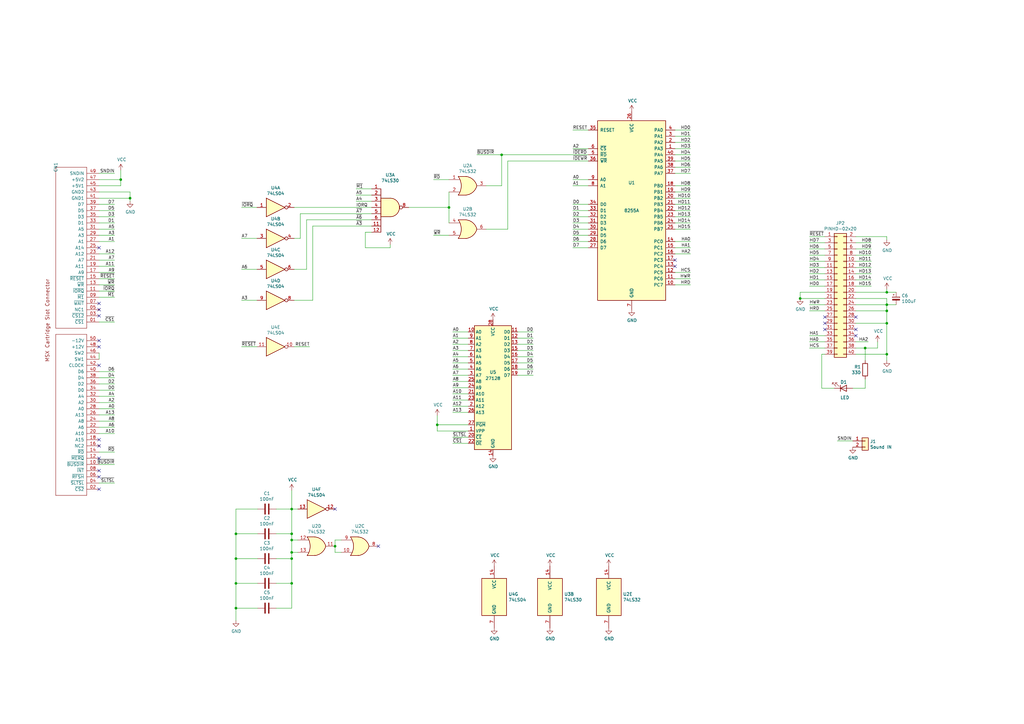
<source format=kicad_sch>
(kicad_sch (version 20211123) (generator eeschema)
  (paper "A3")
  (title_block (title "MSX BEER 202 2021 MSXmakers!") (rev "v 1.1"))
  (lib_symbols
    (symbol "74xx:74LS04"
      (property "Reference" "U" (at 0 1.27 0))
      (property "Value" "74LS04" (at 0 -1.27 0))
      (symbol "74LS04_1_0"
        (pin input line (at -7.62 0 0) (length 3.81) (name "~") (number "1"))
        (pin output inverted (at 7.62 0 180) (length 3.81) (name "~") (number "2"))
      )
      (symbol "74LS04_2_0"
        (pin input line (at -7.62 0 0) (length 3.81) (name "~") (number "3"))
        (pin output inverted (at 7.62 0 180) (length 3.81) (name "~") (number "4"))
      )
      (symbol "74LS04_3_0"
        (pin input line (at -7.62 0 0) (length 3.81) (name "~") (number "5"))
        (pin output inverted (at 7.62 0 180) (length 3.81) (name "~") (number "6"))
      )
      (symbol "74LS04_4_0"
        (pin output inverted (at 7.62 0 180) (length 3.81) (name "~") (number "8"))
        (pin input line (at -7.62 0 0) (length 3.81) (name "~") (number "9"))
      )
      (symbol "74LS04_5_0"
        (pin output inverted (at 7.62 0 180) (length 3.81) (name "~") (number "10"))
        (pin input line (at -7.62 0 0) (length 3.81) (name "~") (number "11"))
      )
      (symbol "74LS04_6_0"
        (pin output inverted (at 7.62 0 180) (length 3.81) (name "~") (number "12"))
        (pin input line (at -7.62 0 0) (length 3.81) (name "~") (number "13"))
      )
      (symbol "74LS04_7_0"
        (pin power_in line (at 0 12.7 270) (length 5.08) (name "VCC") (number "14"))
        (pin power_in line (at 0 -12.7 90) (length 5.08) (name "GND") (number "7"))
      )
    )
    (symbol "74xx:74LS30" (pin_names (offset 1.016))
      (property "Reference" "U" (at 0 1.27 0))
      (property "Value" "74LS30" (at 0 -1.27 0))
      (symbol "74LS30_1_1"
        (pin input line (at -7.62 7.62 0) (length 3.81) (name "~") (number "1"))
        (pin input line (at -7.62 -7.62 0) (length 3.81) (name "~") (number "11"))
        (pin input line (at -7.62 -10.16 0) (length 3.81) (name "~") (number "12"))
        (pin input line (at -7.62 5.08 0) (length 3.81) (name "~") (number "2"))
        (pin input line (at -7.62 2.54 0) (length 3.81) (name "~") (number "3"))
        (pin input line (at -7.62 0 0) (length 3.81) (name "~") (number "4"))
        (pin input line (at -7.62 -2.54 0) (length 3.81) (name "~") (number "5"))
        (pin input line (at -7.62 -5.08 0) (length 3.81) (name "~") (number "6"))
        (pin output inverted (at 7.62 0 180) (length 3.81) (name "~") (number "8"))
      )
      (symbol "74LS30_1_2"
        (pin input inverted (at -7.62 7.62 0) (length 3.81) (name "~") (number "1"))
        (pin input inverted (at -7.62 -7.62 0) (length 3.81) (name "~") (number "11"))
        (pin input inverted (at -7.62 -10.16 0) (length 3.81) (name "~") (number "12"))
        (pin input inverted (at -7.62 5.08 0) (length 3.81) (name "~") (number "2"))
        (pin input inverted (at -7.62 2.54 0) (length 4.5466) (name "~") (number "3"))
        (pin input inverted (at -7.62 0 0) (length 5.08) (name "~") (number "4"))
        (pin input inverted (at -7.62 -2.54 0) (length 4.5466) (name "~") (number "5"))
        (pin input inverted (at -7.62 -5.08 0) (length 3.81) (name "~") (number "6"))
        (pin output line (at 7.62 0 180) (length 3.81) (name "~") (number "8"))
      )
      (symbol "74LS30_2_0"
        (pin power_in line (at 0 12.7 270) (length 5.08) (name "VCC") (number "14"))
        (pin power_in line (at 0 -12.7 90) (length 5.08) (name "GND") (number "7"))
      )
    )
    (symbol "74xx:74LS32" (pin_names (offset 1.016))
      (property "Reference" "U" (at 0 1.27 0))
      (property "Value" "74LS32" (at 0 -1.27 0))
      (symbol "74LS32_1_1"
        (pin input line (at -7.62 2.54 0) (length 4.318) (name "~") (number "1"))
        (pin input line (at -7.62 -2.54 0) (length 4.318) (name "~") (number "2"))
        (pin output line (at 7.62 0 180) (length 3.81) (name "~") (number "3"))
      )
      (symbol "74LS32_1_2"
        (pin input inverted (at -7.62 2.54 0) (length 3.81) (name "~") (number "1"))
        (pin input inverted (at -7.62 -2.54 0) (length 3.81) (name "~") (number "2"))
        (pin output inverted (at 7.62 0 180) (length 3.81) (name "~") (number "3"))
      )
      (symbol "74LS32_2_1"
        (pin input line (at -7.62 2.54 0) (length 4.318) (name "~") (number "4"))
        (pin input line (at -7.62 -2.54 0) (length 4.318) (name "~") (number "5"))
        (pin output line (at 7.62 0 180) (length 3.81) (name "~") (number "6"))
      )
      (symbol "74LS32_2_2"
        (pin input inverted (at -7.62 2.54 0) (length 3.81) (name "~") (number "4"))
        (pin input inverted (at -7.62 -2.54 0) (length 3.81) (name "~") (number "5"))
        (pin output inverted (at 7.62 0 180) (length 3.81) (name "~") (number "6"))
      )
      (symbol "74LS32_3_1"
        (pin input line (at -7.62 -2.54 0) (length 4.318) (name "~") (number "10"))
        (pin output line (at 7.62 0 180) (length 3.81) (name "~") (number "8"))
        (pin input line (at -7.62 2.54 0) (length 4.318) (name "~") (number "9"))
      )
      (symbol "74LS32_3_2"
        (pin input inverted (at -7.62 -2.54 0) (length 3.81) (name "~") (number "10"))
        (pin output inverted (at 7.62 0 180) (length 3.81) (name "~") (number "8"))
        (pin input inverted (at -7.62 2.54 0) (length 3.81) (name "~") (number "9"))
      )
      (symbol "74LS32_4_1"
        (pin output line (at 7.62 0 180) (length 3.81) (name "~") (number "11"))
        (pin input line (at -7.62 2.54 0) (length 4.318) (name "~") (number "12"))
        (pin input line (at -7.62 -2.54 0) (length 4.318) (name "~") (number "13"))
      )
      (symbol "74LS32_4_2"
        (pin output inverted (at 7.62 0 180) (length 3.81) (name "~") (number "11"))
        (pin input inverted (at -7.62 2.54 0) (length 3.81) (name "~") (number "12"))
        (pin input inverted (at -7.62 -2.54 0) (length 3.81) (name "~") (number "13"))
      )
      (symbol "74LS32_5_0"
        (pin power_in line (at 0 12.7 270) (length 5.08) (name "VCC") (number "14"))
        (pin power_in line (at 0 -12.7 90) (length 5.08) (name "GND") (number "7"))
      )
    )
    (symbol "Connector_Generic:Conn_01x02" (pin_names (offset 1.016) hide)
      (property "Reference" "J" (at 0 2.54 0))
      (property "Value" "Conn_01x02" (at 0 -5.08 0))
      (symbol "Conn_01x02_1_1"
        (pin passive line (at -5.08 0 0) (length 3.81) (name "Pin_1") (number "1"))
        (pin passive line (at -5.08 -2.54 0) (length 3.81) (name "Pin_2") (number "2"))
      )
    )
    (symbol "Connector_Generic:Conn_02x20_Odd_Even" (pin_names (offset 1.016) hide)
      (property "Reference" "J" (at 1.27 25.4 0))
      (property "Value" "Conn_02x20_Odd_Even" (at 1.27 -27.94 0))
      (symbol "Conn_02x20_Odd_Even_1_1"
        (pin passive line (at -5.08 22.86 0) (length 3.81) (name "Pin_1") (number "1"))
        (pin passive line (at 7.62 12.7 180) (length 3.81) (name "Pin_10") (number "10"))
        (pin passive line (at -5.08 10.16 0) (length 3.81) (name "Pin_11") (number "11"))
        (pin passive line (at 7.62 10.16 180) (length 3.81) (name "Pin_12") (number "12"))
        (pin passive line (at -5.08 7.62 0) (length 3.81) (name "Pin_13") (number "13"))
        (pin passive line (at 7.62 7.62 180) (length 3.81) (name "Pin_14") (number "14"))
        (pin passive line (at -5.08 5.08 0) (length 3.81) (name "Pin_15") (number "15"))
        (pin passive line (at 7.62 5.08 180) (length 3.81) (name "Pin_16") (number "16"))
        (pin passive line (at -5.08 2.54 0) (length 3.81) (name "Pin_17") (number "17"))
        (pin passive line (at 7.62 2.54 180) (length 3.81) (name "Pin_18") (number "18"))
        (pin passive line (at -5.08 0 0) (length 3.81) (name "Pin_19") (number "19"))
        (pin passive line (at 7.62 22.86 180) (length 3.81) (name "Pin_2") (number "2"))
        (pin passive line (at 7.62 0 180) (length 3.81) (name "Pin_20") (number "20"))
        (pin passive line (at -5.08 -2.54 0) (length 3.81) (name "Pin_21") (number "21"))
        (pin passive line (at 7.62 -2.54 180) (length 3.81) (name "Pin_22") (number "22"))
        (pin passive line (at -5.08 -5.08 0) (length 3.81) (name "Pin_23") (number "23"))
        (pin passive line (at 7.62 -5.08 180) (length 3.81) (name "Pin_24") (number "24"))
        (pin passive line (at -5.08 -7.62 0) (length 3.81) (name "Pin_25") (number "25"))
        (pin passive line (at 7.62 -7.62 180) (length 3.81) (name "Pin_26") (number "26"))
        (pin passive line (at -5.08 -10.16 0) (length 3.81) (name "Pin_27") (number "27"))
        (pin passive line (at 7.62 -10.16 180) (length 3.81) (name "Pin_28") (number "28"))
        (pin passive line (at -5.08 -12.7 0) (length 3.81) (name "Pin_29") (number "29"))
        (pin passive line (at -5.08 20.32 0) (length 3.81) (name "Pin_3") (number "3"))
        (pin passive line (at 7.62 -12.7 180) (length 3.81) (name "Pin_30") (number "30"))
        (pin passive line (at -5.08 -15.24 0) (length 3.81) (name "Pin_31") (number "31"))
        (pin passive line (at 7.62 -15.24 180) (length 3.81) (name "Pin_32") (number "32"))
        (pin passive line (at -5.08 -17.78 0) (length 3.81) (name "Pin_33") (number "33"))
        (pin passive line (at 7.62 -17.78 180) (length 3.81) (name "Pin_34") (number "34"))
        (pin passive line (at -5.08 -20.32 0) (length 3.81) (name "Pin_35") (number "35"))
        (pin passive line (at 7.62 -20.32 180) (length 3.81) (name "Pin_36") (number "36"))
        (pin passive line (at -5.08 -22.86 0) (length 3.81) (name "Pin_37") (number "37"))
        (pin passive line (at 7.62 -22.86 180) (length 3.81) (name "Pin_38") (number "38"))
        (pin passive line (at -5.08 -25.4 0) (length 3.81) (name "Pin_39") (number "39"))
        (pin passive line (at 7.62 20.32 180) (length 3.81) (name "Pin_4") (number "4"))
        (pin passive line (at 7.62 -25.4 180) (length 3.81) (name "Pin_40") (number "40"))
        (pin passive line (at -5.08 17.78 0) (length 3.81) (name "Pin_5") (number "5"))
        (pin passive line (at 7.62 17.78 180) (length 3.81) (name "Pin_6") (number "6"))
        (pin passive line (at -5.08 15.24 0) (length 3.81) (name "Pin_7") (number "7"))
        (pin passive line (at 7.62 15.24 180) (length 3.81) (name "Pin_8") (number "8"))
        (pin passive line (at -5.08 12.7 0) (length 3.81) (name "Pin_9") (number "9"))
      )
    )
    (symbol "Device:C" (pin_numbers hide) (pin_names (offset 0.254))
      (property "Reference" "C" (at 0.635 2.54 0))
      (property "Value" "C" (at 0.635 -2.54 0))
      (symbol "C_1_1"
        (pin passive line (at 0 3.81 270) (length 2.794) (name "~") (number "1"))
        (pin passive line (at 0 -3.81 90) (length 2.794) (name "~") (number "2"))
      )
    )
    (symbol "Device:LED" (pin_numbers hide) (pin_names (offset 1.016) hide)
      (property "Reference" "D" (at 0 2.54 0))
      (property "Value" "LED" (at 0 -2.54 0))
      (symbol "LED_1_1"
        (pin passive line (at -3.81 0 0) (length 2.54) (name "K") (number "1"))
        (pin passive line (at 3.81 0 180) (length 2.54) (name "A") (number "2"))
      )
    )
    (symbol "Device:R" (pin_numbers hide) (pin_names (offset 0))
      (property "Reference" "R" (at 2.032 0 90))
      (property "Value" "R" (at 0 0 90))
      (symbol "R_1_1"
        (pin passive line (at 0 3.81 270) (length 1.27) (name "~") (number "1"))
        (pin passive line (at 0 -3.81 90) (length 1.27) (name "~") (number "2"))
      )
    )
    (symbol "Interface:8255A" (pin_names (offset 1.016))
      (property "Reference" "U" (at -13.97 38.1 0))
      (property "Value" "8255A" (at 8.89 38.1 0))
      (symbol "8255A_1_1"
        (pin bidirectional line (at 17.78 25.4 180) (length 3.81) (name "PA3") (number "1"))
        (pin bidirectional line (at 17.78 -30.48 180) (length 3.81) (name "PC7") (number "10"))
        (pin bidirectional line (at 17.78 -27.94 180) (length 3.81) (name "PC6") (number "11"))
        (pin bidirectional line (at 17.78 -25.4 180) (length 3.81) (name "PC5") (number "12"))
        (pin bidirectional line (at 17.78 -22.86 180) (length 3.81) (name "PC4") (number "13"))
        (pin bidirectional line (at 17.78 -12.7 180) (length 3.81) (name "PC0") (number "14"))
        (pin bidirectional line (at 17.78 -15.24 180) (length 3.81) (name "PC1") (number "15"))
        (pin bidirectional line (at 17.78 -17.78 180) (length 3.81) (name "PC2") (number "16"))
        (pin bidirectional line (at 17.78 -20.32 180) (length 3.81) (name "PC3") (number "17"))
        (pin bidirectional line (at 17.78 10.16 180) (length 3.81) (name "PB0") (number "18"))
        (pin bidirectional line (at 17.78 7.62 180) (length 3.81) (name "PB1") (number "19"))
        (pin bidirectional line (at 17.78 27.94 180) (length 3.81) (name "PA2") (number "2"))
        (pin bidirectional line (at 17.78 5.08 180) (length 3.81) (name "PB2") (number "20"))
        (pin bidirectional line (at 17.78 2.54 180) (length 3.81) (name "PB3") (number "21"))
        (pin bidirectional line (at 17.78 0 180) (length 3.81) (name "PB4") (number "22"))
        (pin bidirectional line (at 17.78 -2.54 180) (length 3.81) (name "PB5") (number "23"))
        (pin bidirectional line (at 17.78 -5.08 180) (length 3.81) (name "PB6") (number "24"))
        (pin bidirectional line (at 17.78 -7.62 180) (length 3.81) (name "PB7") (number "25"))
        (pin power_in line (at 0 40.64 270) (length 3.81) (name "VCC") (number "26"))
        (pin bidirectional line (at -17.78 -15.24 0) (length 3.81) (name "D7") (number "27"))
        (pin bidirectional line (at -17.78 -12.7 0) (length 3.81) (name "D6") (number "28"))
        (pin bidirectional line (at -17.78 -10.16 0) (length 3.81) (name "D5") (number "29"))
        (pin bidirectional line (at 17.78 30.48 180) (length 3.81) (name "PA1") (number "3"))
        (pin bidirectional line (at -17.78 -7.62 0) (length 3.81) (name "D4") (number "30"))
        (pin bidirectional line (at -17.78 -5.08 0) (length 3.81) (name "D3") (number "31"))
        (pin bidirectional line (at -17.78 -2.54 0) (length 3.81) (name "D2") (number "32"))
        (pin bidirectional line (at -17.78 0 0) (length 3.81) (name "D1") (number "33"))
        (pin bidirectional line (at -17.78 2.54 0) (length 3.81) (name "D0") (number "34"))
        (pin input line (at -17.78 33.02 0) (length 3.81) (name "RESET") (number "35"))
        (pin input line (at -17.78 20.32 0) (length 3.81) (name "~{WR}") (number "36"))
        (pin bidirectional line (at 17.78 15.24 180) (length 3.81) (name "PA7") (number "37"))
        (pin bidirectional line (at 17.78 17.78 180) (length 3.81) (name "PA6") (number "38"))
        (pin bidirectional line (at 17.78 20.32 180) (length 3.81) (name "PA5") (number "39"))
        (pin bidirectional line (at 17.78 33.02 180) (length 3.81) (name "PA0") (number "4"))
        (pin bidirectional line (at 17.78 22.86 180) (length 3.81) (name "PA4") (number "40"))
        (pin input line (at -17.78 22.86 0) (length 3.81) (name "~{RD}") (number "5"))
        (pin input line (at -17.78 25.4 0) (length 3.81) (name "~{CS}") (number "6"))
        (pin power_in line (at 0 -40.64 90) (length 3.81) (name "GND") (number "7"))
        (pin input line (at -17.78 10.16 0) (length 3.81) (name "A1") (number "8"))
        (pin input line (at -17.78 12.7 0) (length 3.81) (name "A0") (number "9"))
      )
    )
    (symbol "Memory_EPROM:27128"
      (property "Reference" "U" (at -7.62 26.67 0))
      (property "Value" "27128" (at 2.54 -26.67 0))
      (symbol "27128_1_1"
        (pin input line (at -10.16 -17.78 0) (length 2.54) (name "VPP") (number "1"))
        (pin input line (at -10.16 22.86 0) (length 2.54) (name "A0") (number "10"))
        (pin tri_state line (at 10.16 22.86 180) (length 2.54) (name "D0") (number "11"))
        (pin tri_state line (at 10.16 20.32 180) (length 2.54) (name "D1") (number "12"))
        (pin tri_state line (at 10.16 17.78 180) (length 2.54) (name "D2") (number "13"))
        (pin power_in line (at 0 -27.94 90) (length 2.54) (name "GND") (number "14"))
        (pin tri_state line (at 10.16 15.24 180) (length 2.54) (name "D3") (number "15"))
        (pin tri_state line (at 10.16 12.7 180) (length 2.54) (name "D4") (number "16"))
        (pin tri_state line (at 10.16 10.16 180) (length 2.54) (name "D5") (number "17"))
        (pin tri_state line (at 10.16 7.62 180) (length 2.54) (name "D6") (number "18"))
        (pin tri_state line (at 10.16 5.08 180) (length 2.54) (name "D7") (number "19"))
        (pin input line (at -10.16 -7.62 0) (length 2.54) (name "A12") (number "2"))
        (pin input line (at -10.16 -20.32 0) (length 2.54) (name "~{CE}") (number "20"))
        (pin input line (at -10.16 -2.54 0) (length 2.54) (name "A10") (number "21"))
        (pin input line (at -10.16 -22.86 0) (length 2.54) (name "~{OE}") (number "22"))
        (pin input line (at -10.16 -5.08 0) (length 2.54) (name "A11") (number "23"))
        (pin input line (at -10.16 0 0) (length 2.54) (name "A9") (number "24"))
        (pin input line (at -10.16 2.54 0) (length 2.54) (name "A8") (number "25"))
        (pin input line (at -10.16 -10.16 0) (length 2.54) (name "A13") (number "26"))
        (pin input line (at -10.16 -15.24 0) (length 2.54) (name "~{PGM}") (number "27"))
        (pin power_in line (at 0 27.94 270) (length 2.54) (name "VCC") (number "28"))
        (pin input line (at -10.16 5.08 0) (length 2.54) (name "A7") (number "3"))
        (pin input line (at -10.16 7.62 0) (length 2.54) (name "A6") (number "4"))
        (pin input line (at -10.16 10.16 0) (length 2.54) (name "A5") (number "5"))
        (pin input line (at -10.16 12.7 0) (length 2.54) (name "A4") (number "6"))
        (pin input line (at -10.16 15.24 0) (length 2.54) (name "A3") (number "7"))
        (pin input line (at -10.16 17.78 0) (length 2.54) (name "A2") (number "8"))
        (pin input line (at -10.16 20.32 0) (length 2.54) (name "A1") (number "9"))
      )
    )
    (symbol "beer_ide_kicad-rescue:CP_Small-Device" (pin_numbers hide) (pin_names (offset 0.254) hide)
      (property "Reference" "C" (at 0.254 1.778 0))
      (property "Value" "CP_Small-Device" (at 0.254 -2.032 0))
      (symbol "CP_Small-Device_1_1"
        (pin passive line (at 0 2.54 270) (length 1.8542) (name "~") (number "1"))
        (pin passive line (at 0 -2.54 90) (length 1.8542) (name "~") (number "2"))
      )
    )
    (symbol "beer_ide_kicad-rescue:MSX_SLOT_CON-msxmakers" (pin_names (offset 1.016))
      (symbol "MSX_SLOT_CON-msxmakers_1_0"
        (text "MSX Cartridge Slot Connector" (at 45.72 -2.54 0) (effects (font (size 1.4986 1.4986)) (justify left bottom)))
        (pin output line (at 63.5 17.78 270) (length 5.08) (name "~{CS1}") (number "01"))
        (pin output line (at 132.08 17.78 270) (length 5.08) (name "~{CS2}") (number "02"))
        (pin output line (at 60.96 17.78 270) (length 5.08) (name "~{CS12}") (number "03"))
        (pin output line (at 129.54 17.78 270) (length 5.08) (name "~{SLTSL}") (number "04"))
        (pin no_connect line (at 58.42 17.78 270) (length 5.08) (name "NC1") (number "05"))
        (pin output line (at 127 17.78 270) (length 5.08) (name "~{RFSH}") (number "06"))
        (pin input line (at 55.88 17.78 270) (length 5.08) (name "~{WAIT}") (number "07"))
        (pin input line (at 124.46 17.78 270) (length 5.08) (name "~{INT}") (number "08"))
        (pin output line (at 53.34 17.78 270) (length 5.08) (name "~{M1}") (number "09"))
        (pin input line (at 121.92 17.78 270) (length 5.08) (name "~{BUSDIR}") (number "10"))
        (pin output line (at 50.8 17.78 270) (length 5.08) (name "~{IORQ}") (number "11"))
        (pin output line (at 119.38 17.78 270) (length 5.08) (name "~{MERQ}") (number "12"))
        (pin output line (at 48.26 17.78 270) (length 5.08) (name "~{WR}") (number "13"))
        (pin output line (at 116.84 17.78 270) (length 5.08) (name "~{RD}") (number "14"))
        (pin output line (at 45.72 17.78 270) (length 5.08) (name "~{RESET}") (number "15"))
        (pin no_connect line (at 114.3 17.78 270) (length 5.08) (name "NC2") (number "16"))
        (pin output line (at 43.18 17.78 270) (length 5.08) (name "A9") (number "17"))
        (pin output line (at 111.76 17.78 270) (length 5.08) (name "A15") (number "18"))
        (pin output line (at 40.64 17.78 270) (length 5.08) (name "A11") (number "19"))
        (pin output line (at 109.22 17.78 270) (length 5.08) (name "A10") (number "20"))
        (pin output line (at 38.1 17.78 270) (length 5.08) (name "A7") (number "21"))
        (pin output line (at 106.68 17.78 270) (length 5.08) (name "A6") (number "22"))
        (pin output line (at 35.56 17.78 270) (length 5.08) (name "A12") (number "23"))
        (pin output line (at 104.14 17.78 270) (length 5.08) (name "A8") (number "24"))
        (pin output line (at 33.02 17.78 270) (length 5.08) (name "A14") (number "25"))
        (pin output line (at 101.6 17.78 270) (length 5.08) (name "A13") (number "26"))
        (pin output line (at 30.48 17.78 270) (length 5.08) (name "A1") (number "27"))
        (pin output line (at 99.06 17.78 270) (length 5.08) (name "A0") (number "28"))
        (pin output line (at 27.94 17.78 270) (length 5.08) (name "A3") (number "29"))
        (pin output line (at 96.52 17.78 270) (length 5.08) (name "A2") (number "30"))
        (pin output line (at 25.4 17.78 270) (length 5.08) (name "A5") (number "31"))
        (pin output line (at 93.98 17.78 270) (length 5.08) (name "A4") (number "32"))
        (pin bidirectional line (at 22.86 17.78 270) (length 5.08) (name "D1") (number "33"))
        (pin bidirectional line (at 91.44 17.78 270) (length 5.08) (name "D0") (number "34"))
        (pin bidirectional line (at 20.32 17.78 270) (length 5.08) (name "D3") (number "35"))
        (pin bidirectional line (at 88.9 17.78 270) (length 5.08) (name "D2") (number "36"))
        (pin bidirectional line (at 17.78 17.78 270) (length 5.08) (name "D5") (number "37"))
        (pin bidirectional line (at 86.36 17.78 270) (length 5.08) (name "D4") (number "38"))
        (pin bidirectional line (at 15.24 17.78 270) (length 5.08) (name "D7") (number "39"))
        (pin bidirectional line (at 83.82 17.78 270) (length 5.08) (name "D6") (number "40"))
        (pin power_in line (at 12.7 17.78 270) (length 5.08) (name "GND1") (number "41"))
        (pin output line (at 81.28 17.78 270) (length 5.08) (name "CLOCK") (number "42"))
        (pin power_in line (at 10.16 17.78 270) (length 5.08) (name "GND2") (number "43"))
        (pin passive line (at 78.74 17.78 270) (length 5.08) (name "SW1") (number "44"))
        (pin power_in line (at 7.62 17.78 270) (length 5.08) (name "+5V1") (number "45"))
        (pin passive line (at 76.2 17.78 270) (length 5.08) (name "SW2") (number "46"))
        (pin power_in line (at 5.08 17.78 270) (length 5.08) (name "+5V2") (number "47"))
        (pin power_in line (at 73.66 17.78 270) (length 5.08) (name "+12V") (number "48"))
        (pin input line (at 2.54 17.78 270) (length 5.08) (name "SNDIN") (number "49"))
        (pin power_in line (at 71.12 17.78 270) (length 5.08) (name "-12V") (number "50"))
      )
    )
    (symbol "power:GND" (power) (pin_names (offset 0))
      (property "Value" "GND" (at 0 -3.81 0))
      (symbol "GND_1_1"
        (pin power_in line (at 0 0 270) (length 0) hide (name "GND") (number "1"))
      )
    )
    (symbol "power:VCC" (power) (pin_names (offset 0))
      (property "Value" "VCC" (at 0 3.81 0))
      (symbol "VCC_1_1"
        (pin power_in line (at 0 0 90) (length 0) hide (name "VCC") (number "1"))
      )
    )
  )
  (junction (at 363.728 132.588))
  (junction (at 119.634 218.948))
  (junction (at 363.728 119.888))
  (junction (at 328.168 122.428))
  (junction (at 96.774 249.428))
  (junction (at 96.774 218.948))
  (junction (at 119.634 226.568))
  (junction (at 119.634 239.268))
  (junction (at 363.728 145.288))
  (junction (at 119.634 208.788))
  (junction (at 205.74 63.5))
  (junction (at 137.414 224.028))
  (junction (at 96.774 239.268))
  (junction (at 184.15 85.09))
  (junction (at 363.728 124.968))
  (junction (at 363.728 127.508))
  (junction (at 96.774 229.108))
  (junction (at 53.34 81.28))
  (junction (at 119.634 229.108))
  (junction (at 119.634 221.488))
  (junction (at 49.53 73.66))
  (junction (at 179.324 174.244))
  (junction (at 354.838 142.748))
  (no_connect (at 155.194 224.028))
  (no_connect (at 338.328 132.588))
  (no_connect (at 40.64 200.66))
  (no_connect (at 40.64 193.04))
  (no_connect (at 40.64 195.58))
  (no_connect (at 276.86 106.68))
  (no_connect (at 40.64 149.86))
  (no_connect (at 338.328 135.128))
  (no_connect (at 40.64 124.46))
  (no_connect (at 137.414 208.788))
  (no_connect (at 351.028 135.128))
  (no_connect (at 40.64 127))
  (no_connect (at 40.64 139.7))
  (no_connect (at 40.64 129.54))
  (no_connect (at 351.028 137.668))
  (no_connect (at 40.64 187.96))
  (no_connect (at 40.64 142.24))
  (no_connect (at 351.028 130.048))
  (no_connect (at 338.328 130.048))
  (no_connect (at 40.64 180.34))
  (no_connect (at 276.86 109.22))
  (no_connect (at 40.64 101.6))
  (no_connect (at 40.64 182.88))
  (wire (pts (xy 137.414 224.028) (xy 137.414 226.568)))
  (wire (pts (xy 351.028 132.588) (xy 363.728 132.588)))
  (wire (pts (xy 105.664 208.788) (xy 96.774 208.788)))
  (wire (pts (xy 113.284 208.788) (xy 119.634 208.788)))
  (wire (pts (xy 283.21 71.12) (xy 276.86 71.12)))
  (wire (pts (xy 139.954 221.488) (xy 137.414 221.488)))
  (wire (pts (xy 105.664 229.108) (xy 96.774 229.108)))
  (wire (pts (xy 283.21 63.5) (xy 276.86 63.5)))
  (wire (pts (xy 218.694 151.384) (xy 212.344 151.384)))
  (wire (pts (xy 283.21 88.9) (xy 276.86 88.9)))
  (wire (pts (xy 185.674 148.844) (xy 192.024 148.844)))
  (wire (pts (xy 331.978 109.728) (xy 338.328 109.728)))
  (wire (pts (xy 40.64 76.2) (xy 49.53 76.2)))
  (wire (pts (xy 46.99 157.48) (xy 40.64 157.48)))
  (wire (pts (xy 128.27 123.19) (xy 128.27 92.71)))
  (wire (pts (xy 283.21 60.96) (xy 276.86 60.96)))
  (wire (pts (xy 46.99 132.08) (xy 40.64 132.08)))
  (wire (pts (xy 283.21 76.2) (xy 276.86 76.2)))
  (wire (pts (xy 283.21 53.34) (xy 276.86 53.34)))
  (wire (pts (xy 149.86 101.6) (xy 160.02 101.6)))
  (wire (pts (xy 120.65 142.24) (xy 127 142.24)))
  (wire (pts (xy 137.414 221.488) (xy 137.414 224.028)))
  (wire (pts (xy 185.674 146.304) (xy 192.024 146.304)))
  (wire (pts (xy 199.39 93.98) (xy 208.28 93.98)))
  (wire (pts (xy 338.328 127.508) (xy 331.978 127.508)))
  (wire (pts (xy 338.328 119.888) (xy 328.168 119.888)))
  (wire (pts (xy 283.21 93.98) (xy 276.86 93.98)))
  (wire (pts (xy 99.06 97.79) (xy 105.41 97.79)))
  (wire (pts (xy 149.86 95.25) (xy 149.86 101.6)))
  (wire (pts (xy 40.64 175.26) (xy 46.99 175.26)))
  (wire (pts (xy 349.758 159.258) (xy 354.838 159.258)))
  (wire (pts (xy 123.19 87.63) (xy 152.4 87.63)))
  (wire (pts (xy 120.65 110.49) (xy 125.73 110.49)))
  (wire (pts (xy 283.21 58.42) (xy 276.86 58.42)))
  (wire (pts (xy 40.64 106.68) (xy 46.99 106.68)))
  (wire (pts (xy 185.674 169.164) (xy 192.024 169.164)))
  (wire (pts (xy 128.27 92.71) (xy 152.4 92.71)))
  (wire (pts (xy 46.99 93.98) (xy 40.64 93.98)))
  (wire (pts (xy 331.978 99.568) (xy 338.328 99.568)))
  (wire (pts (xy 234.95 73.66) (xy 241.3 73.66)))
  (wire (pts (xy 351.028 119.888) (xy 363.728 119.888)))
  (wire (pts (xy 205.74 76.2) (xy 205.74 63.5)))
  (wire (pts (xy 283.21 78.74) (xy 276.86 78.74)))
  (wire (pts (xy 46.99 170.18) (xy 40.64 170.18)))
  (wire (pts (xy 331.978 102.108) (xy 338.328 102.108)))
  (wire (pts (xy 218.694 136.144) (xy 212.344 136.144)))
  (wire (pts (xy 40.64 81.28) (xy 53.34 81.28)))
  (wire (pts (xy 357.378 112.268) (xy 351.028 112.268)))
  (wire (pts (xy 351.028 122.428) (xy 363.728 122.428)))
  (wire (pts (xy 351.028 142.748) (xy 354.838 142.748)))
  (wire (pts (xy 331.978 117.348) (xy 338.328 117.348)))
  (wire (pts (xy 46.99 71.12) (xy 40.64 71.12)))
  (wire (pts (xy 331.978 124.968) (xy 338.328 124.968)))
  (wire (pts (xy 123.19 97.79) (xy 123.19 87.63)))
  (wire (pts (xy 331.978 104.648) (xy 338.328 104.648)))
  (wire (pts (xy 179.324 174.244) (xy 179.324 170.434)))
  (wire (pts (xy 363.728 124.968) (xy 363.728 127.508)))
  (wire (pts (xy 46.99 99.06) (xy 40.64 99.06)))
  (wire (pts (xy 96.774 208.788) (xy 96.774 218.948)))
  (wire (pts (xy 185.674 138.684) (xy 192.024 138.684)))
  (wire (pts (xy 192.024 174.244) (xy 179.324 174.244)))
  (wire (pts (xy 331.978 137.668) (xy 338.328 137.668)))
  (wire (pts (xy 119.634 239.268) (xy 119.634 249.428)))
  (wire (pts (xy 46.99 162.56) (xy 40.64 162.56)))
  (wire (pts (xy 185.674 164.084) (xy 192.024 164.084)))
  (wire (pts (xy 40.64 73.66) (xy 49.53 73.66)))
  (wire (pts (xy 105.664 239.268) (xy 96.774 239.268)))
  (wire (pts (xy 354.838 142.748) (xy 359.918 142.748)))
  (wire (pts (xy 205.74 63.5) (xy 241.3 63.5)))
  (wire (pts (xy 357.378 114.808) (xy 351.028 114.808)))
  (wire (pts (xy 331.978 114.808) (xy 338.328 114.808)))
  (wire (pts (xy 146.05 77.47) (xy 152.4 77.47)))
  (wire (pts (xy 283.21 114.3) (xy 276.86 114.3)))
  (wire (pts (xy 99.06 123.19) (xy 105.41 123.19)))
  (wire (pts (xy 146.05 80.01) (xy 152.4 80.01)))
  (wire (pts (xy 40.64 119.38) (xy 46.99 119.38)))
  (wire (pts (xy 120.65 123.19) (xy 128.27 123.19)))
  (wire (pts (xy 122.174 208.788) (xy 119.634 208.788)))
  (wire (pts (xy 40.64 78.74) (xy 53.34 78.74)))
  (wire (pts (xy 46.99 121.92) (xy 40.64 121.92)))
  (wire (pts (xy 283.21 83.82) (xy 276.86 83.82)))
  (wire (pts (xy 331.978 107.188) (xy 338.328 107.188)))
  (wire (pts (xy 119.634 226.568) (xy 122.174 226.568)))
  (wire (pts (xy 363.728 124.968) (xy 367.538 124.968)))
  (wire (pts (xy 234.95 93.98) (xy 241.3 93.98)))
  (wire (pts (xy 125.73 90.17) (xy 152.4 90.17)))
  (wire (pts (xy 46.99 104.14) (xy 40.64 104.14)))
  (wire (pts (xy 208.28 66.04) (xy 241.3 66.04)))
  (wire (pts (xy 53.34 81.28) (xy 53.34 82.55)))
  (wire (pts (xy 351.028 97.028) (xy 363.728 97.028)))
  (wire (pts (xy 46.99 160.02) (xy 40.64 160.02)))
  (wire (pts (xy 283.21 104.14) (xy 276.86 104.14)))
  (wire (pts (xy 218.694 153.924) (xy 212.344 153.924)))
  (wire (pts (xy 241.3 53.34) (xy 234.95 53.34)))
  (wire (pts (xy 49.53 76.2) (xy 49.53 73.66)))
  (wire (pts (xy 113.284 218.948) (xy 119.634 218.948)))
  (wire (pts (xy 185.674 153.924) (xy 192.024 153.924)))
  (wire (pts (xy 179.324 176.784) (xy 179.324 174.244)))
  (wire (pts (xy 185.674 179.324) (xy 192.024 179.324)))
  (wire (pts (xy 283.21 68.58) (xy 276.86 68.58)))
  (wire (pts (xy 184.15 96.52) (xy 177.8 96.52)))
  (wire (pts (xy 337.058 145.288) (xy 338.328 145.288)))
  (wire (pts (xy 185.674 143.764) (xy 192.024 143.764)))
  (wire (pts (xy 331.978 112.268) (xy 338.328 112.268)))
  (wire (pts (xy 53.34 78.74) (xy 53.34 81.28)))
  (wire (pts (xy 185.674 159.004) (xy 192.024 159.004)))
  (wire (pts (xy 276.86 116.84) (xy 283.21 116.84)))
  (wire (pts (xy 218.694 143.764) (xy 212.344 143.764)))
  (wire (pts (xy 105.41 85.09) (xy 99.06 85.09)))
  (wire (pts (xy 119.634 229.108) (xy 119.634 239.268)))
  (wire (pts (xy 357.378 117.348) (xy 351.028 117.348)))
  (wire (pts (xy 337.058 145.288) (xy 337.058 159.258)))
  (wire (pts (xy 234.95 99.06) (xy 241.3 99.06)))
  (wire (pts (xy 146.05 82.55) (xy 152.4 82.55)))
  (wire (pts (xy 234.95 101.6) (xy 241.3 101.6)))
  (wire (pts (xy 185.674 141.224) (xy 192.024 141.224)))
  (wire (pts (xy 195.58 63.5) (xy 205.74 63.5)))
  (wire (pts (xy 152.4 95.25) (xy 149.86 95.25)))
  (wire (pts (xy 99.06 110.49) (xy 105.41 110.49)))
  (wire (pts (xy 46.99 177.8) (xy 40.64 177.8)))
  (wire (pts (xy 234.95 60.96) (xy 241.3 60.96)))
  (wire (pts (xy 363.728 122.428) (xy 363.728 124.968)))
  (wire (pts (xy 208.28 93.98) (xy 208.28 66.04)))
  (wire (pts (xy 105.41 142.24) (xy 99.06 142.24)))
  (wire (pts (xy 357.378 107.188) (xy 351.028 107.188)))
  (wire (pts (xy 40.64 116.84) (xy 46.99 116.84)))
  (wire (pts (xy 184.15 85.09) (xy 184.15 78.74)))
  (wire (pts (xy 283.21 101.6) (xy 276.86 101.6)))
  (wire (pts (xy 119.634 221.488) (xy 119.634 226.568)))
  (wire (pts (xy 234.95 86.36) (xy 241.3 86.36)))
  (wire (pts (xy 46.99 165.1) (xy 40.64 165.1)))
  (wire (pts (xy 46.99 154.94) (xy 40.64 154.94)))
  (wire (pts (xy 357.378 102.108) (xy 351.028 102.108)))
  (wire (pts (xy 46.99 88.9) (xy 40.64 88.9)))
  (wire (pts (xy 185.674 181.864) (xy 192.024 181.864)))
  (wire (pts (xy 218.694 138.684) (xy 212.344 138.684)))
  (wire (pts (xy 184.15 73.66) (xy 177.8 73.66)))
  (wire (pts (xy 234.95 91.44) (xy 241.3 91.44)))
  (wire (pts (xy 234.95 76.2) (xy 241.3 76.2)))
  (wire (pts (xy 351.028 124.968) (xy 363.728 124.968)))
  (wire (pts (xy 119.634 249.428) (xy 113.284 249.428)))
  (wire (pts (xy 357.378 104.648) (xy 351.028 104.648)))
  (wire (pts (xy 283.21 99.06) (xy 276.86 99.06)))
  (wire (pts (xy 40.64 114.3) (xy 46.99 114.3)))
  (wire (pts (xy 46.99 109.22) (xy 40.64 109.22)))
  (wire (pts (xy 137.414 226.568) (xy 139.954 226.568)))
  (wire (pts (xy 120.65 97.79) (xy 123.19 97.79)))
  (wire (pts (xy 40.64 147.32) (xy 40.64 144.78)))
  (wire (pts (xy 185.674 136.144) (xy 192.024 136.144)))
  (wire (pts (xy 363.728 127.508) (xy 363.728 132.588)))
  (wire (pts (xy 185.674 156.464) (xy 192.024 156.464)))
  (wire (pts (xy 185.674 151.384) (xy 192.024 151.384)))
  (wire (pts (xy 185.674 161.544) (xy 192.024 161.544)))
  (wire (pts (xy 192.024 176.784) (xy 179.324 176.784)))
  (wire (pts (xy 343.408 180.848) (xy 349.758 180.848)))
  (wire (pts (xy 46.99 190.5) (xy 40.64 190.5)))
  (wire (pts (xy 283.21 86.36) (xy 276.86 86.36)))
  (wire (pts (xy 105.664 218.948) (xy 96.774 218.948)))
  (wire (pts (xy 105.664 249.428) (xy 96.774 249.428)))
  (wire (pts (xy 351.028 127.508) (xy 363.728 127.508)))
  (wire (pts (xy 46.99 83.82) (xy 40.64 83.82)))
  (wire (pts (xy 342.138 159.258) (xy 337.058 159.258)))
  (wire (pts (xy 199.39 76.2) (xy 205.74 76.2)))
  (wire (pts (xy 331.978 142.748) (xy 338.328 142.748)))
  (wire (pts (xy 46.99 111.76) (xy 40.64 111.76)))
  (wire (pts (xy 119.634 201.168) (xy 119.634 208.788)))
  (wire (pts (xy 363.728 145.288) (xy 363.728 147.828)))
  (wire (pts (xy 96.774 239.268) (xy 96.774 249.428)))
  (wire (pts (xy 46.99 91.44) (xy 40.64 91.44)))
  (wire (pts (xy 120.65 85.09) (xy 152.4 85.09)))
  (wire (pts (xy 46.99 152.4) (xy 40.64 152.4)))
  (wire (pts (xy 357.378 109.728) (xy 351.028 109.728)))
  (wire (pts (xy 96.774 218.948) (xy 96.774 229.108)))
  (wire (pts (xy 46.99 172.72) (xy 40.64 172.72)))
  (wire (pts (xy 119.634 208.788) (xy 119.634 218.948)))
  (wire (pts (xy 167.64 85.09) (xy 184.15 85.09)))
  (wire (pts (xy 367.538 119.888) (xy 363.728 119.888)))
  (wire (pts (xy 218.694 141.224) (xy 212.344 141.224)))
  (wire (pts (xy 49.53 73.66) (xy 49.53 69.85)))
  (wire (pts (xy 160.02 101.6) (xy 160.02 100.33)))
  (wire (pts (xy 46.99 167.64) (xy 40.64 167.64)))
  (wire (pts (xy 359.918 140.208) (xy 359.918 142.748)))
  (wire (pts (xy 283.21 66.04) (xy 276.86 66.04)))
  (wire (pts (xy 338.328 97.028) (xy 331.978 97.028)))
  (wire (pts (xy 184.15 91.44) (xy 184.15 85.09)))
  (wire (pts (xy 328.168 119.888) (xy 328.168 122.428)))
  (wire (pts (xy 119.634 226.568) (xy 119.634 229.108)))
  (wire (pts (xy 40.64 185.42) (xy 46.99 185.42)))
  (wire (pts (xy 46.99 86.36) (xy 40.64 86.36)))
  (wire (pts (xy 46.99 198.12) (xy 40.64 198.12)))
  (wire (pts (xy 354.838 147.828) (xy 354.838 142.748)))
  (wire (pts (xy 234.95 83.82) (xy 241.3 83.82)))
  (wire (pts (xy 283.21 81.28) (xy 276.86 81.28)))
  (wire (pts (xy 113.284 239.268) (xy 119.634 239.268)))
  (wire (pts (xy 328.168 122.428) (xy 338.328 122.428)))
  (wire (pts (xy 234.95 96.52) (xy 241.3 96.52)))
  (wire (pts (xy 119.634 218.948) (xy 119.634 221.488)))
  (wire (pts (xy 125.73 110.49) (xy 125.73 90.17)))
  (wire (pts (xy 122.174 221.488) (xy 119.634 221.488)))
  (wire (pts (xy 363.728 118.618) (xy 363.728 119.888)))
  (wire (pts (xy 363.728 97.028) (xy 363.728 98.298)))
  (wire (pts (xy 331.978 140.208) (xy 338.328 140.208)))
  (wire (pts (xy 185.674 166.624) (xy 192.024 166.624)))
  (wire (pts (xy 46.99 96.52) (xy 40.64 96.52)))
  (wire (pts (xy 283.21 111.76) (xy 276.86 111.76)))
  (wire (pts (xy 354.838 159.258) (xy 354.838 155.448)))
  (wire (pts (xy 283.21 91.44) (xy 276.86 91.44)))
  (wire (pts (xy 218.694 146.304) (xy 212.344 146.304)))
  (wire (pts (xy 283.21 55.88) (xy 276.86 55.88)))
  (wire (pts (xy 234.95 88.9) (xy 241.3 88.9)))
  (wire (pts (xy 96.774 249.428) (xy 96.774 254.508)))
  (wire (pts (xy 357.378 99.568) (xy 351.028 99.568)))
  (wire (pts (xy 218.694 148.844) (xy 212.344 148.844)))
  (wire (pts (xy 96.774 229.108) (xy 96.774 239.268)))
  (wire (pts (xy 363.728 132.588) (xy 363.728 145.288)))
  (wire (pts (xy 351.028 145.288) (xy 363.728 145.288)))
  (wire (pts (xy 351.028 140.208) (xy 356.108 140.208)))
  (wire (pts (xy 113.284 229.108) (xy 119.634 229.108)))
  (label "D1" (at 234.95 86.36 0))
  (label "A11" (at 46.99 109.22 180))
  (label "HD3" (at 331.978 109.728 0))
  (label "D1" (at 218.694 138.684 180))
  (label "D0" (at 46.99 160.02 180))
  (label "HD14" (at 357.378 114.808 180))
  (label "A2" (at 46.99 165.1 180))
  (label "HD14" (at 283.21 91.44 180))
  (label "~{M1}" (at 46.99 121.92 180))
  (label "D5" (at 218.694 148.844 180))
  (label "HD9" (at 357.378 102.108 180))
  (label "A9" (at 185.674 159.004 0))
  (label "A5" (at 46.99 93.98 180))
  (label "HRD" (at 331.978 127.508 0))
  (label "A5" (at 146.05 80.01 0))
  (label "~{RESET}" (at 331.978 97.028 0))
  (label "A4" (at 46.99 162.56 180))
  (label "HA2" (at 356.108 140.208 180))
  (label "A13" (at 185.674 169.164 0))
  (label "HD2" (at 283.21 58.42 180))
  (label "HA0" (at 331.978 140.208 0))
  (label "A0" (at 46.99 167.64 180))
  (label "A7" (at 185.674 153.924 0))
  (label "HD6" (at 331.978 102.108 0))
  (label "HD6" (at 283.21 68.58 180))
  (label "HD12" (at 357.378 109.728 180))
  (label "HA0" (at 283.21 99.06 180))
  (label "D0" (at 218.694 136.144 180))
  (label "HA2" (at 283.21 104.14 180))
  (label "A10" (at 185.674 161.544 0))
  (label "A0" (at 185.674 136.144 0))
  (label "A5" (at 185.674 148.844 0))
  (label "SNDIN" (at 46.99 71.12 180))
  (label "D2" (at 46.99 157.48 180))
  (label "~{A7}" (at 146.05 87.63 0))
  (label "HD1" (at 331.978 114.808 0))
  (label "HD10" (at 283.21 81.28 180))
  (label "~{WR}" (at 177.8 96.52 0))
  (label "HD11" (at 283.21 83.82 180))
  (label "HWR" (at 331.978 124.968 0))
  (label "A11" (at 185.674 164.084 0))
  (label "HD0" (at 283.21 53.34 180))
  (label "~{RESET}" (at 99.06 142.24 0))
  (label "D7" (at 218.694 153.924 180))
  (label "~{M1}" (at 146.05 77.47 0))
  (label "D3" (at 218.694 143.764 180))
  (label "~{CS1}" (at 185.674 181.864 0))
  (label "A2" (at 185.674 141.224 0))
  (label "A9" (at 46.99 111.76 180))
  (label "A6" (at 99.06 110.49 0))
  (label "A8" (at 46.99 172.72 180))
  (label "A1" (at 185.674 138.684 0))
  (label "D7" (at 234.95 101.6 0))
  (label "HA1" (at 331.978 137.668 0))
  (label "HCS" (at 331.978 142.748 0))
  (label "A4" (at 185.674 146.304 0))
  (label "A1" (at 234.95 76.2 0))
  (label "D3" (at 234.95 91.44 0))
  (label "D4" (at 218.694 146.304 180))
  (label "D4" (at 46.99 154.94 180))
  (label "HWR" (at 283.21 114.3 180))
  (label "A3" (at 99.06 123.19 0))
  (label "D2" (at 234.95 88.9 0))
  (label "~{RESET}" (at 46.99 114.3 180))
  (label "HD8" (at 357.378 99.568 180))
  (label "HD13" (at 283.21 88.9 180))
  (label "HD1" (at 283.21 55.88 180))
  (label "HA1" (at 283.21 101.6 180))
  (label "~{IORQ}" (at 99.06 85.09 0))
  (label "~{CS1}" (at 46.99 132.08 180))
  (label "IORQ" (at 146.05 85.09 0))
  (label "D7" (at 46.99 83.82 180))
  (label "HD7" (at 283.21 71.12 180))
  (label "A2" (at 234.95 60.96 0))
  (label "D1" (at 46.99 91.44 180))
  (label "D6" (at 218.694 151.384 180))
  (label "~{IORQ}" (at 46.99 119.38 180))
  (label "A7" (at 99.06 97.79 0))
  (label "A3" (at 46.99 96.52 180))
  (label "A6" (at 46.99 175.26 180))
  (label "A13" (at 46.99 170.18 180))
  (label "~{IDERD}" (at 234.95 63.5 0))
  (label "HD4" (at 331.978 107.188 0))
  (label "A8" (at 185.674 156.464 0))
  (label "D5" (at 234.95 96.52 0))
  (label "HCS" (at 283.21 111.76 180))
  (label "HD15" (at 283.21 93.98 180))
  (label "A12" (at 46.99 104.14 180))
  (label "A4" (at 146.05 82.55 0))
  (label "D0" (at 234.95 83.82 0))
  (label "~{SLTSL}" (at 185.674 179.324 0))
  (label "A12" (at 185.674 166.624 0))
  (label "HD12" (at 283.21 86.36 180))
  (label "HD8" (at 283.21 76.2 180))
  (label "HD7" (at 331.978 99.568 0))
  (label "D6" (at 234.95 99.06 0))
  (label "RESET" (at 127 142.24 180))
  (label "~{IDEWR}" (at 234.95 66.04 0))
  (label "~{SLTSL}" (at 46.99 198.12 180))
  (label "D6" (at 46.99 152.4 180))
  (label "~{A6}" (at 146.05 90.17 0))
  (label "HD15" (at 357.378 117.348 180))
  (label "~{BUSDIR}" (at 195.58 63.5 0))
  (label "HD5" (at 283.21 66.04 180))
  (label "D2" (at 218.694 141.224 180))
  (label "~{WR}" (at 46.99 116.84 180))
  (label "D3" (at 46.99 88.9 180))
  (label "HD13" (at 357.378 112.268 180))
  (label "A0" (at 234.95 73.66 0))
  (label "HD11" (at 357.378 107.188 180))
  (label "SNDIN" (at 343.408 180.848 0))
  (label "~{RD}" (at 177.8 73.66 0))
  (label "A7" (at 46.99 106.68 180))
  (label "~{A3}" (at 146.05 92.71 0))
  (label "HD4" (at 283.21 63.5 180))
  (label "~{BUSDIR}" (at 46.99 190.5 180))
  (label "A10" (at 46.99 177.8 180))
  (label "HD3" (at 283.21 60.96 180))
  (label "HD9" (at 283.21 78.74 180))
  (label "~{RD}" (at 46.99 185.42 180))
  (label "HRD" (at 283.21 116.84 180))
  (label "RESET" (at 234.95 53.34 0))
  (label "A6" (at 185.674 151.384 0))
  (label "D4" (at 234.95 93.98 0))
  (label "A1" (at 46.99 99.06 180))
  (label "HD0" (at 331.978 117.348 0))
  (label "A3" (at 185.674 143.764 0))
  (label "HD10" (at 357.378 104.648 180))
  (label "HD2" (at 331.978 112.268 0))
  (label "D5" (at 46.99 86.36 180))
  (label "HD5" (at 331.978 104.648 0))
  (symbol (lib_id "beer_ide_kicad-rescue:MSX_SLOT_CON-msxmakers") (at 22.86 68.58 270) (unit 1)
    (property "Reference" "CN1" (at 22.86 68.58 0))
    (property "Value" "MSX_SLOT_CON" (effects hide))
    (property "Footprint" "MSXmakers:CARTRIDGE_#_MSX_XL" (effects hide))
  )
  (symbol (lib_id "74xx:74LS04") (at 113.03 85.09 0) (unit 1)
    (property "Reference" "U4" (at 113.03 77.0382 0))
    (property "Value" "74LS04" (at 113.03 79.3496 0))
    (property "Footprint" "MSXmakers:DIP-14c_W7.62mm_LongPads" (effects hide))
    (property "Datasheet" "http://www.ti.com/lit/gpn/sn74LS04" (effects hide))
  )
  (symbol (lib_id "74xx:74LS04") (at 113.03 97.79 0) (unit 2)
    (property "Reference" "U4" (at 113.03 89.7382 0))
    (property "Value" "74LS04" (at 113.03 92.0496 0))
    (property "Footprint" "MSXmakers:DIP-14c_W7.62mm_LongPads" (effects hide))
    (property "Datasheet" "http://www.ti.com/lit/gpn/sn74LS04" (effects hide))
  )
  (symbol (lib_id "74xx:74LS04") (at 113.03 110.49 0) (unit 3)
    (property "Reference" "U4" (at 113.03 102.4382 0))
    (property "Value" "74LS04" (at 113.03 104.7496 0))
    (property "Footprint" "MSXmakers:DIP-14c_W7.62mm_LongPads" (effects hide))
    (property "Datasheet" "http://www.ti.com/lit/gpn/sn74LS04" (effects hide))
  )
  (symbol (lib_id "74xx:74LS04") (at 113.03 123.19 0) (unit 4)
    (property "Reference" "U4" (at 113.03 115.1382 0))
    (property "Value" "74LS04" (at 113.03 117.4496 0))
    (property "Footprint" "MSXmakers:DIP-14c_W7.62mm_LongPads" (effects hide))
    (property "Datasheet" "http://www.ti.com/lit/gpn/sn74LS04" (effects hide))
  )
  (symbol (lib_id "74xx:74LS04") (at 113.03 142.24 0) (unit 5)
    (property "Reference" "U4" (at 113.03 134.1882 0))
    (property "Value" "74LS04" (at 113.03 136.4996 0))
    (property "Footprint" "MSXmakers:DIP-14c_W7.62mm_LongPads" (effects hide))
    (property "Datasheet" "http://www.ti.com/lit/gpn/sn74LS04" (effects hide))
  )
  (symbol (lib_id "74xx:74LS04") (at 129.794 208.788 0) (unit 6)
    (property "Reference" "U4" (at 129.794 200.7362 0))
    (property "Value" "74LS04" (at 129.794 203.0476 0))
    (property "Footprint" "MSXmakers:DIP-14c_W7.62mm_LongPads" (effects hide))
    (property "Datasheet" "http://www.ti.com/lit/gpn/sn74LS04" (effects hide))
  )
  (symbol (lib_id "74xx:74LS04") (at 202.692 244.856 0) (unit 7)
    (property "Reference" "U4" (at 208.534 243.6876 0) (effects (justify left)))
    (property "Value" "74LS04" (at 208.534 245.999 0) (effects (justify left)))
    (property "Footprint" "MSXmakers:DIP-14c_W7.62mm_LongPads" (effects hide))
    (property "Datasheet" "http://www.ti.com/lit/gpn/sn74LS04" (effects hide))
  )
  (symbol (lib_id "74xx:74LS30") (at 160.02 85.09 0) (unit 1)
    (property "Reference" "U3" (at 160.02 71.755 0))
    (property "Value" "74LS30" (at 160.02 74.0664 0))
    (property "Footprint" "MSXmakers:DIP-14c_W7.62mm_LongPads" (effects hide))
    (property "Datasheet" "http://www.ti.com/lit/gpn/sn74LS30" (effects hide))
  )
  (symbol (lib_id "74xx:74LS30") (at 225.552 244.856 0) (unit 2)
    (property "Reference" "U3" (at 231.394 243.6876 0) (effects (justify left)))
    (property "Value" "74LS30" (at 231.394 245.999 0) (effects (justify left)))
    (property "Footprint" "MSXmakers:DIP-14c_W7.62mm_LongPads" (effects hide))
    (property "Datasheet" "http://www.ti.com/lit/gpn/sn74LS30" (effects hide))
  )
  (symbol (lib_id "74xx:74LS32") (at 191.77 76.2 0) (unit 1)
    (property "Reference" "U2" (at 191.77 67.945 0))
    (property "Value" "74LS32" (at 191.77 70.2564 0))
    (property "Footprint" "MSXmakers:DIP-14_W7.62mm_LongPads_0.9" (effects hide))
    (property "Datasheet" "http://www.ti.com/lit/gpn/sn74LS32" (effects hide))
  )
  (symbol (lib_id "74xx:74LS32") (at 191.77 93.98 0) (unit 2)
    (property "Reference" "U2" (at 191.77 85.725 0))
    (property "Value" "74LS32" (at 191.77 88.0364 0))
    (property "Footprint" "MSXmakers:DIP-14_W7.62mm_LongPads_0.9" (effects hide))
    (property "Datasheet" "http://www.ti.com/lit/gpn/sn74LS32" (effects hide))
  )
  (symbol (lib_id "74xx:74LS32") (at 147.574 224.028 0) (unit 3)
    (property "Reference" "U2" (at 147.574 215.773 0))
    (property "Value" "74LS32" (at 147.574 218.0844 0))
    (property "Footprint" "MSXmakers:DIP-14_W7.62mm_LongPads_0.9" (effects hide))
    (property "Datasheet" "http://www.ti.com/lit/gpn/sn74LS32" (effects hide))
  )
  (symbol (lib_id "74xx:74LS32") (at 129.794 224.028 0) (unit 4)
    (property "Reference" "U2" (at 129.794 215.773 0))
    (property "Value" "74LS32" (at 129.794 218.0844 0))
    (property "Footprint" "MSXmakers:DIP-14_W7.62mm_LongPads_0.9" (effects hide))
    (property "Datasheet" "http://www.ti.com/lit/gpn/sn74LS32" (effects hide))
  )
  (symbol (lib_id "74xx:74LS32") (at 249.682 244.856 0) (unit 5)
    (property "Reference" "U2" (at 255.524 243.6876 0) (effects (justify left)))
    (property "Value" "74LS32" (at 255.524 245.999 0) (effects (justify left)))
    (property "Footprint" "MSXmakers:DIP-14_W7.62mm_LongPads_0.9" (effects hide))
    (property "Datasheet" "http://www.ti.com/lit/gpn/sn74LS32" (effects hide))
  )
  (symbol (lib_id "Interface:8255A") (at 259.08 86.36 0) (unit 1)
    (property "Reference" "U1" (at 259.08 74.93 0))
    (property "Value" "8255A" (at 259.08 86.36 0))
    (property "Footprint" "MSXmakers:DIP-40c_W15.24mm_LongPads" (effects hide))
    (property "Datasheet" "http://aturing.umcs.maine.edu/~meadow/courses/cos335/Intel8255A.pdf" (effects hide))
  )
  (symbol (lib_id "Memory_EPROM:27128") (at 202.184 159.004 0) (unit 1)
    (property "Reference" "U5" (at 202.184 152.654 0))
    (property "Value" "27128" (at 202.184 155.194 0))
    (property "Footprint" "MSXmakers:DIP-28c_W15.24mm_Socket_LongPads" (effects hide))
    (property "Datasheet" "http://eeshop.unl.edu/pdf/27128.pdf" (effects hide))
  )
  (symbol (lib_id "Connector_Generic:Conn_02x20_Odd_Even") (at 343.408 119.888 0) (unit 1)
    (property "Reference" "JP2" (at 344.678 91.5162 0))
    (property "Value" "PINHD-02x20" (at 344.678 93.8276 0))
    (property "Footprint" "Connector_PinHeader_2.54mm:PinHeader_2x20_P2.54mm_Horizontal" (effects hide))
  )
  (symbol (lib_id "power:VCC") (at 160.02 100.33 0) (unit 1)
    (property "Reference" "#PWR0101" (effects hide))
    (property "Value" "VCC" (at 160.401 95.9358 0))
  )
  (symbol (lib_id "Device:R") (at 354.838 151.638 0) (mirror x) (unit 1)
    (property "Reference" "R1" (at 353.0854 150.4696 0) (effects (justify right)))
    (property "Value" "330" (at 353.0854 152.781 0) (effects (justify right)))
    (property "Footprint" "Resistor_THT:R_Axial_DIN0207_L6.3mm_D2.5mm_P7.62mm_Horizontal" (effects hide))
  )
  (symbol (lib_id "power:GND") (at 363.728 98.298 0) (unit 1)
    (property "Reference" "#PWR0121" (effects hide))
    (property "Value" "GND" (at 363.855 102.6922 0))
  )
  (symbol (lib_id "power:VCC") (at 179.324 170.434 0) (unit 1)
    (property "Reference" "#PWR0102" (effects hide))
    (property "Value" "VCC" (at 179.705 166.0398 0))
  )
  (symbol (lib_id "power:VCC") (at 49.53 69.85 0) (unit 1)
    (property "Reference" "#PWR0103" (effects hide))
    (property "Value" "VCC" (at 49.911 65.4558 0))
  )
  (symbol (lib_id "power:GND") (at 53.34 82.55 0) (unit 1)
    (property "Reference" "#PWR0104" (effects hide))
    (property "Value" "GND" (at 53.467 86.9442 0))
  )
  (symbol (lib_id "power:VCC") (at 363.728 118.618 0) (unit 1)
    (property "Reference" "#PWR0105" (effects hide))
    (property "Value" "VCC" (at 364.109 114.2238 0))
  )
  (symbol (lib_id "power:GND") (at 328.168 122.428 0) (unit 1)
    (property "Reference" "#PWR0106" (effects hide))
    (property "Value" "GND" (at 328.295 126.8222 0))
  )
  (symbol (lib_id "power:VCC") (at 202.692 232.156 0) (unit 1)
    (property "Reference" "#PWR0107" (effects hide))
    (property "Value" "VCC" (at 203.073 227.7618 0))
  )
  (symbol (lib_id "power:VCC") (at 225.552 232.156 0) (unit 1)
    (property "Reference" "#PWR0108" (effects hide))
    (property "Value" "VCC" (at 225.933 227.7618 0))
  )
  (symbol (lib_id "power:VCC") (at 249.682 232.156 0) (unit 1)
    (property "Reference" "#PWR0109" (effects hide))
    (property "Value" "VCC" (at 250.063 227.7618 0))
  )
  (symbol (lib_id "power:GND") (at 202.692 257.556 0) (unit 1)
    (property "Reference" "#PWR0110" (effects hide))
    (property "Value" "GND" (at 202.819 261.9502 0))
  )
  (symbol (lib_id "power:GND") (at 225.552 257.556 0) (unit 1)
    (property "Reference" "#PWR0111" (effects hide))
    (property "Value" "GND" (at 225.679 261.9502 0))
  )
  (symbol (lib_id "power:GND") (at 249.682 257.556 0) (unit 1)
    (property "Reference" "#PWR0112" (effects hide))
    (property "Value" "GND" (at 249.809 261.9502 0))
  )
  (symbol (lib_id "power:GND") (at 202.184 186.944 0) (unit 1)
    (property "Reference" "#PWR0113" (effects hide))
    (property "Value" "GND" (at 202.311 191.3382 0))
  )
  (symbol (lib_id "power:VCC") (at 202.184 131.064 0) (unit 1)
    (property "Reference" "#PWR0114" (effects hide))
    (property "Value" "VCC" (at 202.565 126.6698 0))
  )
  (symbol (lib_id "power:VCC") (at 259.08 45.72 0) (unit 1)
    (property "Reference" "#PWR0115" (effects hide))
    (property "Value" "VCC" (at 259.461 41.3258 0))
  )
  (symbol (lib_id "power:GND") (at 259.08 127 0) (unit 1)
    (property "Reference" "#PWR0116" (effects hide))
    (property "Value" "GND" (at 259.207 131.3942 0))
  )
  (symbol (lib_id "power:GND") (at 363.728 147.828 0) (unit 1)
    (property "Reference" "#PWR0117" (effects hide))
    (property "Value" "GND" (at 363.855 152.2222 0))
  )
  (symbol (lib_id "Device:LED") (at 345.948 159.258 0) (mirror x) (unit 1)
    (property "Reference" "D1" (at 344.678 156.718 0) (effects (justify left)))
    (property "Value" "LED" (at 344.678 163.068 0) (effects (justify left)))
    (property "Footprint" "LED_THT:LED_D3.0mm" (effects hide))
  )
  (symbol (lib_id "power:VCC") (at 359.918 140.208 0) (unit 1)
    (property "Reference" "#PWR0118" (effects hide))
    (property "Value" "VCC" (at 360.299 135.8138 0))
  )
  (symbol (lib_id "Device:C") (at 109.474 208.788 270) (unit 1)
    (property "Reference" "C1" (at 109.474 202.3872 90))
    (property "Value" "100nF" (at 109.474 204.6986 90))
    (property "Footprint" "Capacitor_THT:C_Disc_D4.7mm_W2.5mm_P5.00mm" (effects hide))
  )
  (symbol (lib_id "Device:C") (at 109.474 218.948 270) (unit 1)
    (property "Reference" "C2" (at 109.474 212.5472 90))
    (property "Value" "100nF" (at 109.474 214.8586 90))
    (property "Footprint" "Capacitor_THT:C_Disc_D4.7mm_W2.5mm_P5.00mm" (effects hide))
  )
  (symbol (lib_id "Device:C") (at 109.474 229.108 270) (unit 1)
    (property "Reference" "C3" (at 109.474 222.7072 90))
    (property "Value" "100nF" (at 109.474 225.0186 90))
    (property "Footprint" "Capacitor_THT:C_Disc_D4.7mm_W2.5mm_P5.00mm" (effects hide))
  )
  (symbol (lib_id "Device:C") (at 109.474 239.268 270) (unit 1)
    (property "Reference" "C4" (at 109.474 232.8672 90))
    (property "Value" "100nF" (at 109.474 235.1786 90))
    (property "Footprint" "Capacitor_THT:C_Disc_D4.7mm_W2.5mm_P5.00mm" (effects hide))
  )
  (symbol (lib_id "Device:C") (at 109.474 249.428 270) (unit 1)
    (property "Reference" "C5" (at 109.474 243.0272 90))
    (property "Value" "100nF" (at 109.474 245.3386 90))
    (property "Footprint" "Capacitor_THT:C_Disc_D4.7mm_W2.5mm_P5.00mm" (effects hide))
  )
  (symbol (lib_id "power:GND") (at 96.774 254.508 0) (unit 1)
    (property "Reference" "#PWR0119" (effects hide))
    (property "Value" "GND" (at 96.901 258.9022 0))
  )
  (symbol (lib_id "power:VCC") (at 119.634 201.168 0) (unit 1)
    (property "Reference" "#PWR0120" (effects hide))
    (property "Value" "VCC" (at 120.015 196.7738 0))
  )
  (symbol (lib_id "beer_ide_kicad-rescue:CP_Small-Device") (at 367.538 122.428 0) (unit 1)
    (property "Reference" "C6" (at 369.7732 121.2596 0) (effects (justify left)))
    (property "Value" "100uF" (at 369.7732 123.571 0) (effects (justify left)))
    (property "Footprint" "MSXmakers:CP_tumbado" (effects hide))
  )
  (symbol (lib_id "Connector_Generic:Conn_01x02") (at 354.838 180.848 0) (unit 1)
    (property "Reference" "J1" (at 356.87 181.0512 0) (effects (justify left)))
    (property "Value" "Sound IN" (at 356.87 183.3626 0) (effects (justify left)))
    (property "Footprint" "Connector_JST:JST_EH_S2B-EH_1x02_P2.50mm_Horizontal" (effects hide))
  )
  (symbol (lib_id "power:GND") (at 349.758 183.388 0) (unit 1)
    (property "Reference" "#PWR01" (effects hide))
    (property "Value" "GND" (at 349.885 187.7822 0))
  )
)
</source>
